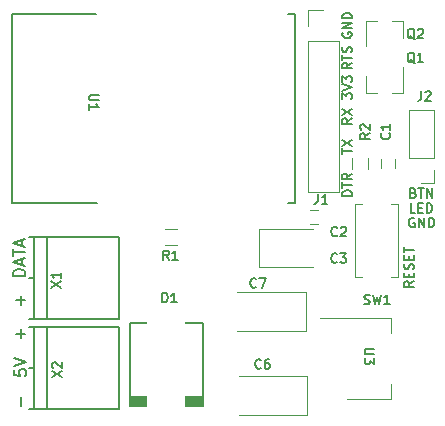
<source format=gto>
G04 #@! TF.GenerationSoftware,KiCad,Pcbnew,(2017-11-08 revision cd21218)-HEAD*
G04 #@! TF.CreationDate,2018-02-20T18:36:56+02:00*
G04 #@! TF.ProjectId,ws281x_led_strip_controller,7773323831785F6C65645F7374726970,rev?*
G04 #@! TF.SameCoordinates,Original*
G04 #@! TF.FileFunction,Legend,Top*
G04 #@! TF.FilePolarity,Positive*
%FSLAX46Y46*%
G04 Gerber Fmt 4.6, Leading zero omitted, Abs format (unit mm)*
G04 Created by KiCad (PCBNEW (2017-11-08 revision cd21218)-HEAD) date Tue Feb 20 18:36:56 2018*
%MOMM*%
%LPD*%
G01*
G04 APERTURE LIST*
%ADD10C,0.150000*%
%ADD11C,0.200000*%
%ADD12C,0.120000*%
%ADD13C,0.177800*%
%ADD14C,0.152400*%
%ADD15O,1.350000X1.350000*%
%ADD16R,1.350000X1.350000*%
%ADD17R,3.200000X2.500000*%
%ADD18R,2.000000X1.500000*%
%ADD19R,2.000000X3.800000*%
%ADD20R,0.750000X1.200000*%
%ADD21R,1.200000X0.750000*%
%ADD22R,1.950000X2.500000*%
%ADD23R,3.197860X1.998980*%
%ADD24R,1.700000X1.700000*%
%ADD25O,1.700000X1.700000*%
%ADD26R,0.800000X0.900000*%
%ADD27R,1.200000X0.900000*%
%ADD28R,0.900000X1.200000*%
%ADD29R,1.600000X2.000000*%
%ADD30O,1.100000X2.400000*%
%ADD31R,1.100000X2.400000*%
%ADD32C,2.400000*%
%ADD33R,2.400000X2.400000*%
G04 APERTURE END LIST*
D10*
X145390476Y-75100000D02*
X145314285Y-75061904D01*
X145200000Y-75061904D01*
X145085714Y-75100000D01*
X145009523Y-75176190D01*
X144971428Y-75252380D01*
X144933333Y-75404761D01*
X144933333Y-75519047D01*
X144971428Y-75671428D01*
X145009523Y-75747619D01*
X145085714Y-75823809D01*
X145200000Y-75861904D01*
X145276190Y-75861904D01*
X145390476Y-75823809D01*
X145428571Y-75785714D01*
X145428571Y-75519047D01*
X145276190Y-75519047D01*
X145771428Y-75861904D02*
X145771428Y-75061904D01*
X146228571Y-75861904D01*
X146228571Y-75061904D01*
X146609523Y-75861904D02*
X146609523Y-75061904D01*
X146800000Y-75061904D01*
X146914285Y-75100000D01*
X146990476Y-75176190D01*
X147028571Y-75252380D01*
X147066666Y-75404761D01*
X147066666Y-75519047D01*
X147028571Y-75671428D01*
X146990476Y-75747619D01*
X146914285Y-75823809D01*
X146800000Y-75861904D01*
X146609523Y-75861904D01*
X145485714Y-74611904D02*
X145104761Y-74611904D01*
X145104761Y-73811904D01*
X145752380Y-74192857D02*
X146019047Y-74192857D01*
X146133333Y-74611904D02*
X145752380Y-74611904D01*
X145752380Y-73811904D01*
X146133333Y-73811904D01*
X146476190Y-74611904D02*
X146476190Y-73811904D01*
X146666666Y-73811904D01*
X146780952Y-73850000D01*
X146857142Y-73926190D01*
X146895238Y-74002380D01*
X146933333Y-74154761D01*
X146933333Y-74269047D01*
X146895238Y-74421428D01*
X146857142Y-74497619D01*
X146780952Y-74573809D01*
X146666666Y-74611904D01*
X146476190Y-74611904D01*
X145333333Y-72942857D02*
X145447619Y-72980952D01*
X145485714Y-73019047D01*
X145523809Y-73095238D01*
X145523809Y-73209523D01*
X145485714Y-73285714D01*
X145447619Y-73323809D01*
X145371428Y-73361904D01*
X145066666Y-73361904D01*
X145066666Y-72561904D01*
X145333333Y-72561904D01*
X145409523Y-72600000D01*
X145447619Y-72638095D01*
X145485714Y-72714285D01*
X145485714Y-72790476D01*
X145447619Y-72866666D01*
X145409523Y-72904761D01*
X145333333Y-72942857D01*
X145066666Y-72942857D01*
X145752380Y-72561904D02*
X146209523Y-72561904D01*
X145980952Y-73361904D02*
X145980952Y-72561904D01*
X146476190Y-73361904D02*
X146476190Y-72561904D01*
X146933333Y-73361904D01*
X146933333Y-72561904D01*
X139350000Y-59359523D02*
X139311904Y-59435714D01*
X139311904Y-59550000D01*
X139350000Y-59664285D01*
X139426190Y-59740476D01*
X139502380Y-59778571D01*
X139654761Y-59816666D01*
X139769047Y-59816666D01*
X139921428Y-59778571D01*
X139997619Y-59740476D01*
X140073809Y-59664285D01*
X140111904Y-59550000D01*
X140111904Y-59473809D01*
X140073809Y-59359523D01*
X140035714Y-59321428D01*
X139769047Y-59321428D01*
X139769047Y-59473809D01*
X140111904Y-58978571D02*
X139311904Y-58978571D01*
X140111904Y-58521428D01*
X139311904Y-58521428D01*
X140111904Y-58140476D02*
X139311904Y-58140476D01*
X139311904Y-57950000D01*
X139350000Y-57835714D01*
X139426190Y-57759523D01*
X139502380Y-57721428D01*
X139654761Y-57683333D01*
X139769047Y-57683333D01*
X139921428Y-57721428D01*
X139997619Y-57759523D01*
X140073809Y-57835714D01*
X140111904Y-57950000D01*
X140111904Y-58140476D01*
X140111904Y-61938095D02*
X139730952Y-62204761D01*
X140111904Y-62395238D02*
X139311904Y-62395238D01*
X139311904Y-62090476D01*
X139350000Y-62014285D01*
X139388095Y-61976190D01*
X139464285Y-61938095D01*
X139578571Y-61938095D01*
X139654761Y-61976190D01*
X139692857Y-62014285D01*
X139730952Y-62090476D01*
X139730952Y-62395238D01*
X139311904Y-61709523D02*
X139311904Y-61252380D01*
X140111904Y-61480952D02*
X139311904Y-61480952D01*
X140073809Y-61023809D02*
X140111904Y-60909523D01*
X140111904Y-60719047D01*
X140073809Y-60642857D01*
X140035714Y-60604761D01*
X139959523Y-60566666D01*
X139883333Y-60566666D01*
X139807142Y-60604761D01*
X139769047Y-60642857D01*
X139730952Y-60719047D01*
X139692857Y-60871428D01*
X139654761Y-60947619D01*
X139616666Y-60985714D01*
X139540476Y-61023809D01*
X139464285Y-61023809D01*
X139388095Y-60985714D01*
X139350000Y-60947619D01*
X139311904Y-60871428D01*
X139311904Y-60680952D01*
X139350000Y-60566666D01*
X139311904Y-64990476D02*
X139311904Y-64495238D01*
X139616666Y-64761904D01*
X139616666Y-64647619D01*
X139654761Y-64571428D01*
X139692857Y-64533333D01*
X139769047Y-64495238D01*
X139959523Y-64495238D01*
X140035714Y-64533333D01*
X140073809Y-64571428D01*
X140111904Y-64647619D01*
X140111904Y-64876190D01*
X140073809Y-64952380D01*
X140035714Y-64990476D01*
X139311904Y-64266666D02*
X140111904Y-64000000D01*
X139311904Y-63733333D01*
X139311904Y-63542857D02*
X139311904Y-63047619D01*
X139616666Y-63314285D01*
X139616666Y-63200000D01*
X139654761Y-63123809D01*
X139692857Y-63085714D01*
X139769047Y-63047619D01*
X139959523Y-63047619D01*
X140035714Y-63085714D01*
X140073809Y-63123809D01*
X140111904Y-63200000D01*
X140111904Y-63428571D01*
X140073809Y-63504761D01*
X140035714Y-63542857D01*
X140111904Y-66633333D02*
X139730952Y-66900000D01*
X140111904Y-67090476D02*
X139311904Y-67090476D01*
X139311904Y-66785714D01*
X139350000Y-66709523D01*
X139388095Y-66671428D01*
X139464285Y-66633333D01*
X139578571Y-66633333D01*
X139654761Y-66671428D01*
X139692857Y-66709523D01*
X139730952Y-66785714D01*
X139730952Y-67090476D01*
X139311904Y-66366666D02*
X140111904Y-65833333D01*
X139311904Y-65833333D02*
X140111904Y-66366666D01*
X139311904Y-69609523D02*
X139311904Y-69152380D01*
X140111904Y-69380952D02*
X139311904Y-69380952D01*
X139311904Y-68961904D02*
X140111904Y-68428571D01*
X139311904Y-68428571D02*
X140111904Y-68961904D01*
X140111904Y-73164285D02*
X139311904Y-73164285D01*
X139311904Y-72973809D01*
X139350000Y-72859523D01*
X139426190Y-72783333D01*
X139502380Y-72745238D01*
X139654761Y-72707142D01*
X139769047Y-72707142D01*
X139921428Y-72745238D01*
X139997619Y-72783333D01*
X140073809Y-72859523D01*
X140111904Y-72973809D01*
X140111904Y-73164285D01*
X139311904Y-72478571D02*
X139311904Y-72021428D01*
X140111904Y-72250000D02*
X139311904Y-72250000D01*
X140111904Y-71297619D02*
X139730952Y-71564285D01*
X140111904Y-71754761D02*
X139311904Y-71754761D01*
X139311904Y-71450000D01*
X139350000Y-71373809D01*
X139388095Y-71335714D01*
X139464285Y-71297619D01*
X139578571Y-71297619D01*
X139654761Y-71335714D01*
X139692857Y-71373809D01*
X139730952Y-71450000D01*
X139730952Y-71754761D01*
D11*
X112452380Y-79950000D02*
X111452380Y-79950000D01*
X111452380Y-79711904D01*
X111500000Y-79569047D01*
X111595238Y-79473809D01*
X111690476Y-79426190D01*
X111880952Y-79378571D01*
X112023809Y-79378571D01*
X112214285Y-79426190D01*
X112309523Y-79473809D01*
X112404761Y-79569047D01*
X112452380Y-79711904D01*
X112452380Y-79950000D01*
X112166666Y-78997619D02*
X112166666Y-78521428D01*
X112452380Y-79092857D02*
X111452380Y-78759523D01*
X112452380Y-78426190D01*
X111452380Y-78235714D02*
X111452380Y-77664285D01*
X112452380Y-77950000D02*
X111452380Y-77950000D01*
X112166666Y-77378571D02*
X112166666Y-76902380D01*
X112452380Y-77473809D02*
X111452380Y-77140476D01*
X112452380Y-76807142D01*
X111552380Y-87890476D02*
X111552380Y-88366666D01*
X112028571Y-88414285D01*
X111980952Y-88366666D01*
X111933333Y-88271428D01*
X111933333Y-88033333D01*
X111980952Y-87938095D01*
X112028571Y-87890476D01*
X112123809Y-87842857D01*
X112361904Y-87842857D01*
X112457142Y-87890476D01*
X112504761Y-87938095D01*
X112552380Y-88033333D01*
X112552380Y-88271428D01*
X112504761Y-88366666D01*
X112457142Y-88414285D01*
X111552380Y-87557142D02*
X112552380Y-87223809D01*
X111552380Y-86890476D01*
X112480952Y-82021428D02*
X111719047Y-82021428D01*
X112100000Y-82402380D02*
X112100000Y-81640476D01*
X112480952Y-84871428D02*
X111719047Y-84871428D01*
X112100000Y-85252380D02*
X112100000Y-84490476D01*
X112071428Y-90219047D02*
X112071428Y-90980952D01*
D12*
X147060000Y-72060000D02*
X146000000Y-72060000D01*
X147060000Y-71000000D02*
X147060000Y-72060000D01*
X147060000Y-70000000D02*
X144940000Y-70000000D01*
X144940000Y-70000000D02*
X144940000Y-65940000D01*
X147060000Y-70000000D02*
X147060000Y-65940000D01*
X147060000Y-65940000D02*
X144940000Y-65940000D01*
X136350000Y-91750000D02*
X130550000Y-91750000D01*
X136350000Y-88450000D02*
X130550000Y-88450000D01*
X136350000Y-91750000D02*
X136350000Y-88450000D01*
X136200000Y-84650000D02*
X136200000Y-81350000D01*
X136200000Y-81350000D02*
X130400000Y-81350000D01*
X136200000Y-84650000D02*
X130400000Y-84650000D01*
X137450000Y-83540000D02*
X143460000Y-83540000D01*
X139700000Y-90360000D02*
X143460000Y-90360000D01*
X143460000Y-83540000D02*
X143460000Y-84800000D01*
X143460000Y-90360000D02*
X143460000Y-89100000D01*
X142600000Y-70800000D02*
X142600000Y-70100000D01*
X143800000Y-70100000D02*
X143800000Y-70800000D01*
X137250000Y-75550000D02*
X136550000Y-75550000D01*
X136550000Y-74350000D02*
X137250000Y-74350000D01*
X132250000Y-75950000D02*
X136800000Y-75950000D01*
X132250000Y-79250000D02*
X136800000Y-79250000D01*
X132250000Y-75950000D02*
X132250000Y-79250000D01*
D13*
X127498800Y-90851060D02*
X121301200Y-90851060D01*
X121301200Y-90749460D02*
X127498800Y-90749460D01*
X127498800Y-90650400D02*
X121301200Y-90650400D01*
X121301200Y-90548800D02*
X127498800Y-90548800D01*
X127498800Y-90449740D02*
X121301200Y-90449740D01*
X121301200Y-90350680D02*
X127498800Y-90350680D01*
X127498800Y-90249080D02*
X121301200Y-90249080D01*
X127498800Y-83952420D02*
X127498800Y-90947580D01*
X127498800Y-90950120D02*
X121301200Y-90950120D01*
X121301200Y-90950120D02*
X121301200Y-83949880D01*
X121301200Y-83949880D02*
X127498800Y-83949880D01*
D12*
X136370000Y-72830000D02*
X139030000Y-72830000D01*
X136370000Y-60070000D02*
X136370000Y-72830000D01*
X139030000Y-60070000D02*
X139030000Y-72830000D01*
X136370000Y-60070000D02*
X139030000Y-60070000D01*
X136370000Y-58800000D02*
X136370000Y-57470000D01*
X136370000Y-57470000D02*
X137700000Y-57470000D01*
X141320000Y-64460000D02*
X141320000Y-63000000D01*
X144480000Y-64460000D02*
X144480000Y-62300000D01*
X144480000Y-64460000D02*
X143550000Y-64460000D01*
X141320000Y-64460000D02*
X142250000Y-64460000D01*
X144480000Y-58340000D02*
X143550000Y-58340000D01*
X141320000Y-58340000D02*
X142250000Y-58340000D01*
X141320000Y-58340000D02*
X141320000Y-60500000D01*
X144480000Y-58340000D02*
X144480000Y-59800000D01*
X125300000Y-77380000D02*
X124300000Y-77380000D01*
X124300000Y-76020000D02*
X125300000Y-76020000D01*
X140120000Y-70950000D02*
X140120000Y-69950000D01*
X141480000Y-69950000D02*
X141480000Y-70950000D01*
X144050000Y-80050000D02*
X143400000Y-80050000D01*
X140350000Y-80050000D02*
X141000000Y-80050000D01*
X141000000Y-73850000D02*
X140350000Y-73850000D01*
X144050000Y-73850000D02*
X143400000Y-73850000D01*
X144050000Y-80050000D02*
X144050000Y-73850000D01*
X140350000Y-73850000D02*
X140350000Y-80050000D01*
D14*
X118542223Y-73800000D02*
X111300000Y-73800000D01*
X135300000Y-57800000D02*
X135300000Y-73800000D01*
X111300000Y-57800000D02*
X118448216Y-57800000D01*
X111300000Y-57800000D02*
X111300000Y-73800000D01*
X134685999Y-57800000D02*
X135321003Y-57800000D01*
X134686000Y-73800000D02*
X135321004Y-73800000D01*
D10*
X113200000Y-80150000D02*
X112800000Y-80150000D01*
X114300000Y-76650000D02*
X114300000Y-83650000D01*
X113200000Y-76650000D02*
X113200000Y-83650000D01*
X120400000Y-76650000D02*
X112800000Y-76650000D01*
X112800000Y-83650000D02*
X120400000Y-83650000D01*
X120400000Y-83650000D02*
X120400000Y-76650000D01*
X120400000Y-91250000D02*
X120400000Y-84250000D01*
X112800000Y-91250000D02*
X120400000Y-91250000D01*
X120400000Y-84250000D02*
X112800000Y-84250000D01*
X113200000Y-84250000D02*
X113200000Y-91250000D01*
X114300000Y-84250000D02*
X114300000Y-91250000D01*
X113200000Y-87750000D02*
X112800000Y-87750000D01*
X145983333Y-64311904D02*
X145983333Y-64883333D01*
X145945238Y-64997619D01*
X145869047Y-65073809D01*
X145754761Y-65111904D01*
X145678571Y-65111904D01*
X146326190Y-64388095D02*
X146364285Y-64350000D01*
X146440476Y-64311904D01*
X146630952Y-64311904D01*
X146707142Y-64350000D01*
X146745238Y-64388095D01*
X146783333Y-64464285D01*
X146783333Y-64540476D01*
X146745238Y-64654761D01*
X146288095Y-65111904D01*
X146783333Y-65111904D01*
X132416666Y-87735714D02*
X132378571Y-87773809D01*
X132264285Y-87811904D01*
X132188095Y-87811904D01*
X132073809Y-87773809D01*
X131997619Y-87697619D01*
X131959523Y-87621428D01*
X131921428Y-87469047D01*
X131921428Y-87354761D01*
X131959523Y-87202380D01*
X131997619Y-87126190D01*
X132073809Y-87050000D01*
X132188095Y-87011904D01*
X132264285Y-87011904D01*
X132378571Y-87050000D01*
X132416666Y-87088095D01*
X133102380Y-87011904D02*
X132950000Y-87011904D01*
X132873809Y-87050000D01*
X132835714Y-87088095D01*
X132759523Y-87202380D01*
X132721428Y-87354761D01*
X132721428Y-87659523D01*
X132759523Y-87735714D01*
X132797619Y-87773809D01*
X132873809Y-87811904D01*
X133026190Y-87811904D01*
X133102380Y-87773809D01*
X133140476Y-87735714D01*
X133178571Y-87659523D01*
X133178571Y-87469047D01*
X133140476Y-87392857D01*
X133102380Y-87354761D01*
X133026190Y-87316666D01*
X132873809Y-87316666D01*
X132797619Y-87354761D01*
X132759523Y-87392857D01*
X132721428Y-87469047D01*
X132016666Y-80885714D02*
X131978571Y-80923809D01*
X131864285Y-80961904D01*
X131788095Y-80961904D01*
X131673809Y-80923809D01*
X131597619Y-80847619D01*
X131559523Y-80771428D01*
X131521428Y-80619047D01*
X131521428Y-80504761D01*
X131559523Y-80352380D01*
X131597619Y-80276190D01*
X131673809Y-80200000D01*
X131788095Y-80161904D01*
X131864285Y-80161904D01*
X131978571Y-80200000D01*
X132016666Y-80238095D01*
X132283333Y-80161904D02*
X132816666Y-80161904D01*
X132473809Y-80961904D01*
X141988095Y-86140476D02*
X141340476Y-86140476D01*
X141264285Y-86178571D01*
X141226190Y-86216666D01*
X141188095Y-86292857D01*
X141188095Y-86445238D01*
X141226190Y-86521428D01*
X141264285Y-86559523D01*
X141340476Y-86597619D01*
X141988095Y-86597619D01*
X141988095Y-86902380D02*
X141988095Y-87397619D01*
X141683333Y-87130952D01*
X141683333Y-87245238D01*
X141645238Y-87321428D01*
X141607142Y-87359523D01*
X141530952Y-87397619D01*
X141340476Y-87397619D01*
X141264285Y-87359523D01*
X141226190Y-87321428D01*
X141188095Y-87245238D01*
X141188095Y-87016666D01*
X141226190Y-86940476D01*
X141264285Y-86902380D01*
X143285714Y-67883333D02*
X143323809Y-67921428D01*
X143361904Y-68035714D01*
X143361904Y-68111904D01*
X143323809Y-68226190D01*
X143247619Y-68302380D01*
X143171428Y-68340476D01*
X143019047Y-68378571D01*
X142904761Y-68378571D01*
X142752380Y-68340476D01*
X142676190Y-68302380D01*
X142600000Y-68226190D01*
X142561904Y-68111904D01*
X142561904Y-68035714D01*
X142600000Y-67921428D01*
X142638095Y-67883333D01*
X143361904Y-67121428D02*
X143361904Y-67578571D01*
X143361904Y-67350000D02*
X142561904Y-67350000D01*
X142676190Y-67426190D01*
X142752380Y-67502380D01*
X142790476Y-67578571D01*
X138866666Y-76535714D02*
X138828571Y-76573809D01*
X138714285Y-76611904D01*
X138638095Y-76611904D01*
X138523809Y-76573809D01*
X138447619Y-76497619D01*
X138409523Y-76421428D01*
X138371428Y-76269047D01*
X138371428Y-76154761D01*
X138409523Y-76002380D01*
X138447619Y-75926190D01*
X138523809Y-75850000D01*
X138638095Y-75811904D01*
X138714285Y-75811904D01*
X138828571Y-75850000D01*
X138866666Y-75888095D01*
X139171428Y-75888095D02*
X139209523Y-75850000D01*
X139285714Y-75811904D01*
X139476190Y-75811904D01*
X139552380Y-75850000D01*
X139590476Y-75888095D01*
X139628571Y-75964285D01*
X139628571Y-76040476D01*
X139590476Y-76154761D01*
X139133333Y-76611904D01*
X139628571Y-76611904D01*
X138866666Y-78785714D02*
X138828571Y-78823809D01*
X138714285Y-78861904D01*
X138638095Y-78861904D01*
X138523809Y-78823809D01*
X138447619Y-78747619D01*
X138409523Y-78671428D01*
X138371428Y-78519047D01*
X138371428Y-78404761D01*
X138409523Y-78252380D01*
X138447619Y-78176190D01*
X138523809Y-78100000D01*
X138638095Y-78061904D01*
X138714285Y-78061904D01*
X138828571Y-78100000D01*
X138866666Y-78138095D01*
X139133333Y-78061904D02*
X139628571Y-78061904D01*
X139361904Y-78366666D01*
X139476190Y-78366666D01*
X139552380Y-78404761D01*
X139590476Y-78442857D01*
X139628571Y-78519047D01*
X139628571Y-78709523D01*
X139590476Y-78785714D01*
X139552380Y-78823809D01*
X139476190Y-78861904D01*
X139247619Y-78861904D01*
X139171428Y-78823809D01*
X139133333Y-78785714D01*
X124059523Y-82211904D02*
X124059523Y-81411904D01*
X124250000Y-81411904D01*
X124364285Y-81450000D01*
X124440476Y-81526190D01*
X124478571Y-81602380D01*
X124516666Y-81754761D01*
X124516666Y-81869047D01*
X124478571Y-82021428D01*
X124440476Y-82097619D01*
X124364285Y-82173809D01*
X124250000Y-82211904D01*
X124059523Y-82211904D01*
X125278571Y-82211904D02*
X124821428Y-82211904D01*
X125050000Y-82211904D02*
X125050000Y-81411904D01*
X124973809Y-81526190D01*
X124897619Y-81602380D01*
X124821428Y-81640476D01*
X137233333Y-73061904D02*
X137233333Y-73633333D01*
X137195238Y-73747619D01*
X137119047Y-73823809D01*
X137004761Y-73861904D01*
X136928571Y-73861904D01*
X138033333Y-73861904D02*
X137576190Y-73861904D01*
X137804761Y-73861904D02*
X137804761Y-73061904D01*
X137728571Y-73176190D01*
X137652380Y-73252380D01*
X137576190Y-73290476D01*
X145423809Y-61938095D02*
X145347619Y-61900000D01*
X145271428Y-61823809D01*
X145157142Y-61709523D01*
X145080952Y-61671428D01*
X145004761Y-61671428D01*
X145042857Y-61861904D02*
X144966666Y-61823809D01*
X144890476Y-61747619D01*
X144852380Y-61595238D01*
X144852380Y-61328571D01*
X144890476Y-61176190D01*
X144966666Y-61100000D01*
X145042857Y-61061904D01*
X145195238Y-61061904D01*
X145271428Y-61100000D01*
X145347619Y-61176190D01*
X145385714Y-61328571D01*
X145385714Y-61595238D01*
X145347619Y-61747619D01*
X145271428Y-61823809D01*
X145195238Y-61861904D01*
X145042857Y-61861904D01*
X146147619Y-61861904D02*
X145690476Y-61861904D01*
X145919047Y-61861904D02*
X145919047Y-61061904D01*
X145842857Y-61176190D01*
X145766666Y-61252380D01*
X145690476Y-61290476D01*
X145423809Y-59938095D02*
X145347619Y-59900000D01*
X145271428Y-59823809D01*
X145157142Y-59709523D01*
X145080952Y-59671428D01*
X145004761Y-59671428D01*
X145042857Y-59861904D02*
X144966666Y-59823809D01*
X144890476Y-59747619D01*
X144852380Y-59595238D01*
X144852380Y-59328571D01*
X144890476Y-59176190D01*
X144966666Y-59100000D01*
X145042857Y-59061904D01*
X145195238Y-59061904D01*
X145271428Y-59100000D01*
X145347619Y-59176190D01*
X145385714Y-59328571D01*
X145385714Y-59595238D01*
X145347619Y-59747619D01*
X145271428Y-59823809D01*
X145195238Y-59861904D01*
X145042857Y-59861904D01*
X145690476Y-59138095D02*
X145728571Y-59100000D01*
X145804761Y-59061904D01*
X145995238Y-59061904D01*
X146071428Y-59100000D01*
X146109523Y-59138095D01*
X146147619Y-59214285D01*
X146147619Y-59290476D01*
X146109523Y-59404761D01*
X145652380Y-59861904D01*
X146147619Y-59861904D01*
X124616666Y-78611904D02*
X124350000Y-78230952D01*
X124159523Y-78611904D02*
X124159523Y-77811904D01*
X124464285Y-77811904D01*
X124540476Y-77850000D01*
X124578571Y-77888095D01*
X124616666Y-77964285D01*
X124616666Y-78078571D01*
X124578571Y-78154761D01*
X124540476Y-78192857D01*
X124464285Y-78230952D01*
X124159523Y-78230952D01*
X125378571Y-78611904D02*
X124921428Y-78611904D01*
X125150000Y-78611904D02*
X125150000Y-77811904D01*
X125073809Y-77926190D01*
X124997619Y-78002380D01*
X124921428Y-78040476D01*
X141611904Y-67883333D02*
X141230952Y-68150000D01*
X141611904Y-68340476D02*
X140811904Y-68340476D01*
X140811904Y-68035714D01*
X140850000Y-67959523D01*
X140888095Y-67921428D01*
X140964285Y-67883333D01*
X141078571Y-67883333D01*
X141154761Y-67921428D01*
X141192857Y-67959523D01*
X141230952Y-68035714D01*
X141230952Y-68340476D01*
X140888095Y-67578571D02*
X140850000Y-67540476D01*
X140811904Y-67464285D01*
X140811904Y-67273809D01*
X140850000Y-67197619D01*
X140888095Y-67159523D01*
X140964285Y-67121428D01*
X141040476Y-67121428D01*
X141154761Y-67159523D01*
X141611904Y-67616666D01*
X141611904Y-67121428D01*
X141183333Y-82323809D02*
X141297619Y-82361904D01*
X141488095Y-82361904D01*
X141564285Y-82323809D01*
X141602380Y-82285714D01*
X141640476Y-82209523D01*
X141640476Y-82133333D01*
X141602380Y-82057142D01*
X141564285Y-82019047D01*
X141488095Y-81980952D01*
X141335714Y-81942857D01*
X141259523Y-81904761D01*
X141221428Y-81866666D01*
X141183333Y-81790476D01*
X141183333Y-81714285D01*
X141221428Y-81638095D01*
X141259523Y-81600000D01*
X141335714Y-81561904D01*
X141526190Y-81561904D01*
X141640476Y-81600000D01*
X141907142Y-81561904D02*
X142097619Y-82361904D01*
X142250000Y-81790476D01*
X142402380Y-82361904D01*
X142592857Y-81561904D01*
X143316666Y-82361904D02*
X142859523Y-82361904D01*
X143088095Y-82361904D02*
X143088095Y-81561904D01*
X143011904Y-81676190D01*
X142935714Y-81752380D01*
X142859523Y-81790476D01*
X145361904Y-80411904D02*
X144980952Y-80678571D01*
X145361904Y-80869047D02*
X144561904Y-80869047D01*
X144561904Y-80564285D01*
X144600000Y-80488095D01*
X144638095Y-80450000D01*
X144714285Y-80411904D01*
X144828571Y-80411904D01*
X144904761Y-80450000D01*
X144942857Y-80488095D01*
X144980952Y-80564285D01*
X144980952Y-80869047D01*
X144942857Y-80069047D02*
X144942857Y-79802380D01*
X145361904Y-79688095D02*
X145361904Y-80069047D01*
X144561904Y-80069047D01*
X144561904Y-79688095D01*
X145323809Y-79383333D02*
X145361904Y-79269047D01*
X145361904Y-79078571D01*
X145323809Y-79002380D01*
X145285714Y-78964285D01*
X145209523Y-78926190D01*
X145133333Y-78926190D01*
X145057142Y-78964285D01*
X145019047Y-79002380D01*
X144980952Y-79078571D01*
X144942857Y-79230952D01*
X144904761Y-79307142D01*
X144866666Y-79345238D01*
X144790476Y-79383333D01*
X144714285Y-79383333D01*
X144638095Y-79345238D01*
X144600000Y-79307142D01*
X144561904Y-79230952D01*
X144561904Y-79040476D01*
X144600000Y-78926190D01*
X144942857Y-78583333D02*
X144942857Y-78316666D01*
X145361904Y-78202380D02*
X145361904Y-78583333D01*
X144561904Y-78583333D01*
X144561904Y-78202380D01*
X144561904Y-77973809D02*
X144561904Y-77516666D01*
X145361904Y-77745238D02*
X144561904Y-77745238D01*
X118688095Y-64640476D02*
X118040476Y-64640476D01*
X117964285Y-64678571D01*
X117926190Y-64716666D01*
X117888095Y-64792857D01*
X117888095Y-64945238D01*
X117926190Y-65021428D01*
X117964285Y-65059523D01*
X118040476Y-65097619D01*
X118688095Y-65097619D01*
X117888095Y-65897619D02*
X117888095Y-65440476D01*
X117888095Y-65669047D02*
X118688095Y-65669047D01*
X118573809Y-65592857D01*
X118497619Y-65516666D01*
X118459523Y-65440476D01*
X114661904Y-80947619D02*
X115461904Y-80414285D01*
X114661904Y-80414285D02*
X115461904Y-80947619D01*
X115461904Y-79690476D02*
X115461904Y-80147619D01*
X115461904Y-79919047D02*
X114661904Y-79919047D01*
X114776190Y-79995238D01*
X114852380Y-80071428D01*
X114890476Y-80147619D01*
X114761904Y-88547619D02*
X115561904Y-88014285D01*
X114761904Y-88014285D02*
X115561904Y-88547619D01*
X114838095Y-87747619D02*
X114800000Y-87709523D01*
X114761904Y-87633333D01*
X114761904Y-87442857D01*
X114800000Y-87366666D01*
X114838095Y-87328571D01*
X114914285Y-87290476D01*
X114990476Y-87290476D01*
X115104761Y-87328571D01*
X115561904Y-87785714D01*
X115561904Y-87290476D01*
%LPC*%
D15*
X146000000Y-67000000D03*
X146000000Y-69000000D03*
D16*
X146000000Y-71000000D03*
D17*
X134450000Y-90100000D03*
X130150000Y-90100000D03*
X130000000Y-83000000D03*
X134300000Y-83000000D03*
D18*
X138400000Y-84650000D03*
X138400000Y-89250000D03*
X138400000Y-86950000D03*
D19*
X144700000Y-86950000D03*
D20*
X143200000Y-71400000D03*
X143200000Y-69500000D03*
D21*
X137850000Y-74950000D03*
X135950000Y-74950000D03*
D22*
X133525000Y-77600000D03*
X136575000Y-77600000D03*
D23*
X124400000Y-90848520D03*
X124400000Y-84051480D03*
D24*
X137700000Y-58800000D03*
D25*
X137700000Y-61340000D03*
X137700000Y-63880000D03*
X137700000Y-66420000D03*
X137700000Y-68960000D03*
X137700000Y-71500000D03*
D26*
X142900000Y-64700000D03*
X141950000Y-62700000D03*
X143850000Y-62700000D03*
X141950000Y-60100000D03*
X143850000Y-60100000D03*
X142900000Y-58100000D03*
D27*
X123700000Y-76700000D03*
X125900000Y-76700000D03*
D28*
X140800000Y-69350000D03*
X140800000Y-71550000D03*
D29*
X142200000Y-79650000D03*
X142200000Y-74250000D03*
D30*
X119700000Y-57800000D03*
X121700000Y-57800000D03*
X123700000Y-57800000D03*
X125700000Y-57800000D03*
X127700000Y-57800000D03*
X129700000Y-57800000D03*
X131700000Y-57800000D03*
X133700000Y-57800000D03*
X133700000Y-73800000D03*
X131700000Y-73800000D03*
X129700000Y-73800000D03*
X127700000Y-73800000D03*
X125700000Y-73800000D03*
X123700000Y-73800000D03*
X121700000Y-73800000D03*
D31*
X119700000Y-73800000D03*
D32*
X117300000Y-81900000D03*
D33*
X117300000Y-78400000D03*
X117300000Y-86000000D03*
D32*
X117300000Y-89500000D03*
M02*

</source>
